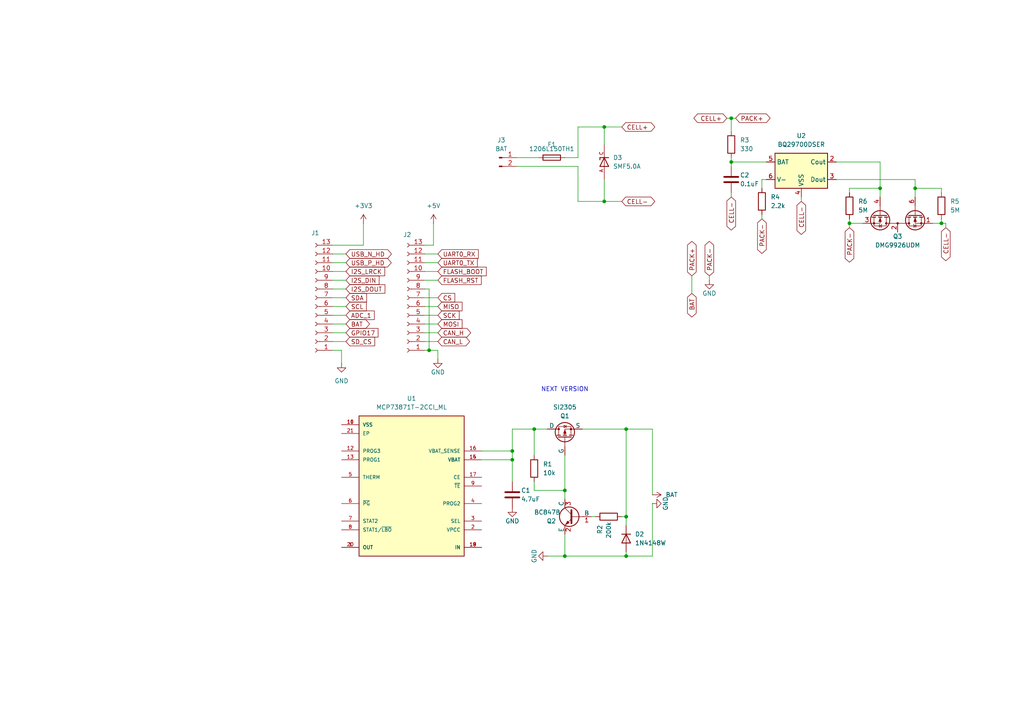
<source format=kicad_sch>
(kicad_sch (version 20250114) (generator "eeschema") (generator_version "9.0")
  (paper "A4")
  (title_block (title "FRISTACK_BATTERY") (date "2025-10-08") (rev "1"))
  (lib_symbols
    (symbol "BC847_1" (pin_names (offset 0))
      (property "Reference" "Q" (at 5.08 1.905 0))
      (property "Value" "BC847" (at 5.08 0 0))
      (symbol "BC847_1_0_1"
        (polyline (pts (xy -2.54 0) (xy 0.635 0)))
        (polyline (pts (xy 0.635 1.905) (xy 0.635 -1.905)) (stroke (width 0.508)))
        (circle (center 1.27 0) (radius 2.8194) (stroke (width 0.254)))
      )
      (symbol "BC847_1_1_1"
        (polyline (pts (xy 0.635 0.635) (xy 2.54 2.54)))
        (polyline (pts (xy 0.635 -0.635) (xy 2.54 -2.54)))
        (polyline (pts (xy 1.27 -1.778) (xy 1.778 -1.27) (xy 2.286 -2.286) (xy 1.27 -1.778)) (fill (type outline)))
        (pin input line (at -5.08 0 0) (length 2.54) (name "B") (number "1"))
        (pin passive line (at 2.54 5.08 270) (length 2.54) (name "C") (number "3"))
        (pin passive line (at 2.54 -5.08 90) (length 2.54) (name "E") (number "2"))
      )
    )
    (symbol "Battery_Management:BQ297xy"
      (property "Reference" "U" (at -6.35 6.35 0))
      (property "Value" "BQ297xy" (at 5.08 -6.35 0))
      (symbol "BQ297xy_0_1"
        (rectangle (start -7.62 5.08) (end 7.62 -5.08) (stroke (width 0.254)) (fill (type background)))
      )
      (symbol "BQ297xy_1_1"
        (pin input line (at -10.16 2.54 0) (length 2.54) (name "BAT") (number "5"))
        (pin input line (at -10.16 -2.54 0) (length 2.54) (name "V-") (number "6"))
        (pin power_in line (at 0 -7.62 90) (length 2.54) (name "VSS") (number "4"))
        (pin no_connect line (at 7.62 0 180) (length 2.54) (hide yes) (name "NC") (number "1"))
        (pin output line (at 10.16 2.54 180) (length 2.54) (name "Cout") (number "2"))
        (pin output line (at 10.16 -2.54 180) (length 2.54) (name "Dout") (number "3"))
      )
    )
    (symbol "Connector:Conn_01x02_Pin" (pin_names (offset 1.016) (hide yes))
      (property "Reference" "J" (at 0 2.54 0))
      (property "Value" "Conn_01x02_Pin" (at 0 -5.08 0))
      (symbol "Conn_01x02_Pin_1_1"
        (rectangle (start 0.8636 0.127) (end 0 -0.127) (stroke (width 0.1524)) (fill (type outline)))
        (rectangle (start 0.8636 -2.413) (end 0 -2.667) (stroke (width 0.1524)) (fill (type outline)))
        (polyline (pts (xy 1.27 0) (xy 0.8636 0)) (stroke (width 0.1524)))
        (polyline (pts (xy 1.27 -2.54) (xy 0.8636 -2.54)) (stroke (width 0.1524)))
        (pin passive line (at 5.08 0 180) (length 3.81) (name "Pin_1") (number "1"))
        (pin passive line (at 5.08 -2.54 180) (length 3.81) (name "Pin_2") (number "2"))
      )
    )
    (symbol "Connector:Conn_01x13_Socket" (pin_names (offset 1.016) (hide yes))
      (property "Reference" "J" (at 0 17.78 0))
      (property "Value" "Conn_01x13_Socket" (at 0 -17.78 0))
      (symbol "Conn_01x13_Socket_1_1"
        (polyline (pts (xy -1.27 15.24) (xy -0.508 15.24)) (stroke (width 0.1524)))
        (polyline (pts (xy -1.27 12.7) (xy -0.508 12.7)) (stroke (width 0.1524)))
        (polyline (pts (xy -1.27 10.16) (xy -0.508 10.16)) (stroke (width 0.1524)))
        (polyline (pts (xy -1.27 7.62) (xy -0.508 7.62)) (stroke (width 0.1524)))
        (polyline (pts (xy -1.27 5.08) (xy -0.508 5.08)) (stroke (width 0.1524)))
        (polyline (pts (xy -1.27 2.54) (xy -0.508 2.54)) (stroke (width 0.1524)))
        (polyline (pts (xy -1.27 0) (xy -0.508 0)) (stroke (width 0.1524)))
        (polyline (pts (xy -1.27 -2.54) (xy -0.508 -2.54)) (stroke (width 0.1524)))
        (polyline (pts (xy -1.27 -5.08) (xy -0.508 -5.08)) (stroke (width 0.1524)))
        (polyline (pts (xy -1.27 -7.62) (xy -0.508 -7.62)) (stroke (width 0.1524)))
        (polyline (pts (xy -1.27 -10.16) (xy -0.508 -10.16)) (stroke (width 0.1524)))
        (polyline (pts (xy -1.27 -12.7) (xy -0.508 -12.7)) (stroke (width 0.1524)))
        (polyline (pts (xy -1.27 -15.24) (xy -0.508 -15.24)) (stroke (width 0.1524)))
        (arc (start 0 14.732) (mid -0.5058 15.24) (end 0 15.748) (stroke (width 0.1524)))
        (arc (start 0 12.192) (mid -0.5058 12.7) (end 0 13.208) (stroke (width 0.1524)))
        (arc (start 0 9.652) (mid -0.5058 10.16) (end 0 10.668) (stroke (width 0.1524)))
        (arc (start 0 7.112) (mid -0.5058 7.62) (end 0 8.128) (stroke (width 0.1524)))
        (arc (start 0 4.572) (mid -0.5058 5.08) (end 0 5.588) (stroke (width 0.1524)))
        (arc (start 0 2.032) (mid -0.5058 2.54) (end 0 3.048) (stroke (width 0.1524)))
        (arc (start 0 -0.508) (mid -0.5058 0) (end 0 0.508) (stroke (width 0.1524)))
        (arc (start 0 -3.048) (mid -0.5058 -2.54) (end 0 -2.032) (stroke (width 0.1524)))
        (arc (start 0 -5.588) (mid -0.5058 -5.08) (end 0 -4.572) (stroke (width 0.1524)))
        (arc (start 0 -8.128) (mid -0.5058 -7.62) (end 0 -7.112) (stroke (width 0.1524)))
        (arc (start 0 -10.668) (mid -0.5058 -10.16) (end 0 -9.652) (stroke (width 0.1524)))
        (arc (start 0 -13.208) (mid -0.5058 -12.7) (end 0 -12.192) (stroke (width 0.1524)))
        (arc (start 0 -15.748) (mid -0.5058 -15.24) (end 0 -14.732) (stroke (width 0.1524)))
        (pin passive line (at -5.08 15.24 0) (length 3.81) (name "Pin_1") (number "1"))
        (pin passive line (at -5.08 12.7 0) (length 3.81) (name "Pin_2") (number "2"))
        (pin passive line (at -5.08 10.16 0) (length 3.81) (name "Pin_3") (number "3"))
        (pin passive line (at -5.08 7.62 0) (length 3.81) (name "Pin_4") (number "4"))
        (pin passive line (at -5.08 5.08 0) (length 3.81) (name "Pin_5") (number "5"))
        (pin passive line (at -5.08 2.54 0) (length 3.81) (name "Pin_6") (number "6"))
        (pin passive line (at -5.08 0 0) (length 3.81) (name "Pin_7") (number "7"))
        (pin passive line (at -5.08 -2.54 0) (length 3.81) (name "Pin_8") (number "8"))
        (pin passive line (at -5.08 -5.08 0) (length 3.81) (name "Pin_9") (number "9"))
        (pin passive line (at -5.08 -7.62 0) (length 3.81) (name "Pin_10") (number "10"))
        (pin passive line (at -5.08 -10.16 0) (length 3.81) (name "Pin_11") (number "11"))
        (pin passive line (at -5.08 -12.7 0) (length 3.81) (name "Pin_12") (number "12"))
        (pin passive line (at -5.08 -15.24 0) (length 3.81) (name "Pin_13") (number "13"))
      )
    )
    (symbol "Device:C" (pin_numbers (hide yes)) (pin_names (offset 0.254))
      (property "Reference" "C" (at 0.635 2.54 0))
      (property "Value" "C" (at 0.635 -2.54 0))
      (symbol "C_0_1"
        (polyline (pts (xy -2.032 0.762) (xy 2.032 0.762)) (stroke (width 0.508)))
        (polyline (pts (xy -2.032 -0.762) (xy 2.032 -0.762)) (stroke (width 0.508)))
      )
      (symbol "C_1_1"
        (pin passive line (at 0 3.81 270) (length 2.794) (name "~") (number "1"))
        (pin passive line (at 0 -3.81 90) (length 2.794) (name "~") (number "2"))
      )
    )
    (symbol "Device:Fuse" (pin_numbers (hide yes)) (pin_names (offset 0))
      (property "Reference" "F" (at 2.032 0 90))
      (property "Value" "Fuse" (at -1.905 0 90))
      (symbol "Fuse_0_1"
        (rectangle (start -0.762 -2.54) (end 0.762 2.54) (stroke (width 0.254)))
        (polyline (pts (xy 0 2.54) (xy 0 -2.54)))
      )
      (symbol "Fuse_1_1"
        (pin passive line (at 0 3.81 270) (length 1.27) (name "~") (number "1"))
        (pin passive line (at 0 -3.81 90) (length 1.27) (name "~") (number "2"))
      )
    )
    (symbol "Device:Q_PMOS" (pin_numbers (hide yes)) (pin_names (offset 0))
      (property "Reference" "Q6" (at 8.89 0 90))
      (property "Value" "SI2305" (at 6.35 0 90))
      (symbol "Q_PMOS_0_1"
        (polyline (pts (xy 0.254 1.905) (xy 0.254 -1.905)) (stroke (width 0.254)))
        (polyline (pts (xy 0.254 0) (xy -2.54 0)))
        (polyline (pts (xy 0.762 2.286) (xy 0.762 1.27)) (stroke (width 0.254)))
        (polyline (pts (xy 0.762 1.778) (xy 3.302 1.778) (xy 3.302 -1.778) (xy 0.762 -1.778)))
        (polyline (pts (xy 0.762 0.508) (xy 0.762 -0.508)) (stroke (width 0.254)))
        (polyline (pts (xy 0.762 -1.27) (xy 0.762 -2.286)) (stroke (width 0.254)))
        (circle (center 1.651 0) (radius 2.794) (stroke (width 0.254)))
        (polyline (pts (xy 2.286 0) (xy 1.27 0.381) (xy 1.27 -0.381) (xy 2.286 0)) (fill (type outline)))
        (polyline (pts (xy 2.54 2.54) (xy 2.54 1.778)))
        (circle (center 2.54 1.778) (radius 0.254) (fill (type outline)))
        (circle (center 2.54 -1.778) (radius 0.254) (fill (type outline)))
        (polyline (pts (xy 2.54 -2.54) (xy 2.54 0) (xy 0.762 0)))
        (polyline (pts (xy 2.921 -0.381) (xy 3.683 -0.381)))
        (polyline (pts (xy 3.302 -0.381) (xy 2.921 0.254) (xy 3.683 0.254) (xy 3.302 -0.381)))
      )
      (symbol "Q_PMOS_1_1"
        (pin input line (at -5.08 0 0) (length 2.54) (name "G") (number "G"))
        (pin passive line (at 2.54 5.08 270) (length 2.54) (name "D") (number "D"))
        (pin passive line (at 2.54 -5.08 90) (length 2.54) (name "S") (number "S"))
      )
    )
    (symbol "Device:R" (pin_numbers (hide yes)) (pin_names (offset 0))
      (property "Reference" "R" (at 2.032 0 90))
      (property "Value" "R" (at 0 0 90))
      (symbol "R_0_1"
        (rectangle (start -1.016 -2.54) (end 1.016 2.54) (stroke (width 0.254)))
      )
      (symbol "R_1_1"
        (pin passive line (at 0 3.81 270) (length 1.27) (name "~") (number "1"))
        (pin passive line (at 0 -3.81 90) (length 1.27) (name "~") (number "2"))
      )
    )
    (symbol "Diode:1N4148" (pin_numbers (hide yes)) (pin_names (hide yes))
      (property "Reference" "D" (at 0 2.54 0))
      (property "Value" "1N4148" (at 0 -2.54 0))
      (symbol "1N4148_0_1"
        (polyline (pts (xy -1.27 1.27) (xy -1.27 -1.27)) (stroke (width 0.254)))
        (polyline (pts (xy 1.27 1.27) (xy 1.27 -1.27) (xy -1.27 0) (xy 1.27 1.27)) (stroke (width 0.254)))
        (polyline (pts (xy 1.27 0) (xy -1.27 0)))
      )
      (symbol "1N4148_1_1"
        (pin passive line (at -3.81 0 0) (length 2.54) (name "K") (number "1"))
        (pin passive line (at 3.81 0 180) (length 2.54) (name "A") (number "2"))
      )
    )
    (symbol "MCP73871T-2CCI_ML:MCP73871T-2CCI_ML" (pin_names (offset 1.016))
      (property "Reference" "U" (at -15.3307 20.9058 0))
      (property "Value" "MCP73871T-2CCI_ML" (at -15.3815 -23.3796 0))
      (symbol "MCP73871T-2CCI_ML_0_0"
        (rectangle (start -15.24 -20.32) (end 15.24 20.32) (stroke (width 0.254)) (fill (type background)))
        (pin input line (at -20.32 17.78 0) (length 5.08) (name "IN") (number "18"))
        (pin input line (at -20.32 17.78 0) (length 5.08) (name "IN") (number "19"))
        (pin input line (at -20.32 12.7 0) (length 5.08) (name "VPCC") (number "2"))
        (pin input line (at -20.32 10.16 0) (length 5.08) (name "SEL") (number "3"))
        (pin input line (at -20.32 5.08 0) (length 5.08) (name "PROG2") (number "4"))
        (pin input line (at -20.32 0 0) (length 5.08) (name "~{TE}") (number "9"))
        (pin input line (at -20.32 -2.54 0) (length 5.08) (name "CE") (number "17"))
        (pin bidirectional line (at -20.32 -7.62 0) (length 5.08) (name "VBAT") (number "14"))
        (pin bidirectional line (at -20.32 -7.62 0) (length 5.08) (name "VBAT") (number "15"))
        (pin bidirectional line (at -20.32 -10.16 0) (length 5.08) (name "VBAT_SENSE") (number "16"))
        (pin output line (at 20.32 17.78 180) (length 5.08) (name "OUT") (number "1"))
        (pin output line (at 20.32 17.78 180) (length 5.08) (name "OUT") (number "20"))
        (pin output line (at 20.32 12.7 180) (length 5.08) (name "STAT1/~{LBO}") (number "8"))
        (pin output line (at 20.32 10.16 180) (length 5.08) (name "STAT2") (number "7"))
        (pin output line (at 20.32 5.08 180) (length 5.08) (name "~{PG}") (number "6"))
        (pin bidirectional line (at 20.32 -2.54 180) (length 5.08) (name "THERM") (number "5"))
        (pin bidirectional line (at 20.32 -7.62 180) (length 5.08) (name "PROG1") (number "13"))
        (pin bidirectional line (at 20.32 -10.16 180) (length 5.08) (name "PROG3") (number "12"))
        (pin passive line (at 20.32 -15.24 180) (length 5.08) (name "EP") (number "21"))
        (pin power_in line (at 20.32 -17.78 180) (length 5.08) (name "VSS") (number "10"))
        (pin power_in line (at 20.32 -17.78 180) (length 5.08) (name "VSS") (number "11"))
      )
    )
    (symbol "SMF5.0A:SMF5.0A" (pin_names (offset 1.016))
      (property "Reference" "D" (at -5.0835 2.4159 0))
      (property "Value" "SMF5.0A" (at -5.0854 -4.9611 0))
      (symbol "SMF5.0A_0_0"
        (polyline (pts (xy -1.27 0) (xy -1.27 1.27)) (stroke (width 0.254)))
        (polyline (pts (xy -1.27 0) (xy 1.27 -1.27)) (stroke (width 0.254)))
        (polyline (pts (xy -1.27 -1.27) (xy -1.27 0)) (stroke (width 0.254)))
        (polyline (pts (xy -0.635 -1.27) (xy -1.27 -1.27)) (stroke (width 0.254)))
        (polyline (pts (xy 1.27 1.27) (xy -1.27 0)) (stroke (width 0.254)))
        (polyline (pts (xy 1.27 -1.27) (xy 1.27 1.27)) (stroke (width 0.254)))
        (pin passive line (at -5.08 0 0) (length 5.08) (name "~") (number "C"))
        (pin passive line (at 5.08 0 180) (length 5.08) (name "~") (number "A"))
      )
    )
    (symbol "Transistor_FET:DMG9926UDM" (pin_names (hide yes))
      (property "Reference" "Q" (at 2.54 6.985 0))
      (property "Value" "DMG9926UDM" (at 2.54 5.08 0))
      (symbol "DMG9926UDM_0_1"
        (polyline (pts (xy -2.286 5.08) (xy -5.08 5.08)))
        (polyline (pts (xy -2.286 3.175) (xy -2.286 6.985)) (stroke (width 0.254)))
        (polyline (pts (xy -1.778 6.858) (xy 0.762 6.858) (xy 0.762 3.302) (xy -1.778 3.302)))
        (polyline (pts (xy -1.778 6.35) (xy -1.778 7.366)) (stroke (width 0.254)))
        (polyline (pts (xy -1.778 4.572) (xy -1.778 5.588)) (stroke (width 0.254)))
        (polyline (pts (xy -1.778 2.794) (xy -1.778 3.81)) (stroke (width 0.254)))
        (polyline (pts (xy -1.524 5.08) (xy -0.508 4.699) (xy -0.508 5.461) (xy -1.524 5.08)) (fill (type outline)))
        (circle (center -0.889 5.08) (radius 2.794) (stroke (width 0.254)))
        (polyline (pts (xy 0 7.62) (xy 0 5.08) (xy -1.778 5.08)))
        (circle (center 0 6.858) (radius 0.254) (fill (type outline)))
        (circle (center 0 3.302) (radius 0.254) (fill (type outline)))
        (polyline (pts (xy 0 -3.302) (xy 0 3.302)))
        (polyline (pts (xy 0.254 4.572) (xy 0.381 4.699) (xy 1.143 4.699) (xy 1.27 4.826)))
        (polyline (pts (xy 0.762 4.699) (xy 0.381 5.334) (xy 1.143 5.334) (xy 0.762 4.699)))
      )
      (symbol "DMG9926UDM_1_1"
        (polyline (pts (xy -2.286 -3.175) (xy -2.286 -6.985)) (stroke (width 0.254)))
        (polyline (pts (xy -2.286 -5.08) (xy -5.08 -5.08)))
        (polyline (pts (xy -1.778 -2.794) (xy -1.778 -3.81)) (stroke (width 0.254)))
        (polyline (pts (xy -1.778 -4.572) (xy -1.778 -5.588)) (stroke (width 0.254)))
        (polyline (pts (xy -1.778 -6.35) (xy -1.778 -7.366)) (stroke (width 0.254)))
        (polyline (pts (xy -1.778 -6.858) (xy 0.762 -6.858) (xy 0.762 -3.302) (xy -1.778 -3.302)))
        (polyline (pts (xy -1.524 -5.08) (xy -0.508 -4.699) (xy -0.508 -5.461) (xy -1.524 -5.08)) (fill (type outline)))
        (circle (center -0.889 -5.08) (radius 2.794) (stroke (width 0.254)))
        (circle (center 0 0) (radius 0.254) (fill (type outline)))
        (circle (center 0 -3.302) (radius 0.254) (fill (type outline)))
        (circle (center 0 -6.858) (radius 0.254) (fill (type outline)))
        (polyline (pts (xy 0 -7.62) (xy 0 -5.08) (xy -1.778 -5.08)))
        (polyline (pts (xy 0.254 -4.572) (xy 0.381 -4.699) (xy 1.143 -4.699) (xy 1.27 -4.826)))
        (polyline (pts (xy 0.762 -4.699) (xy 0.381 -5.334) (xy 1.143 -5.334) (xy 0.762 -4.699)))
        (pin input line (at -7.62 5.08 0) (length 2.54) (name "G1") (number "6"))
        (pin input line (at -7.62 -5.08 0) (length 2.54) (name "G2") (number "4"))
        (pin passive line (at 0 10.16 270) (length 2.54) (name "D1") (number "1"))
        (pin passive line (at 0 -10.16 90) (length 2.54) (name "S2") (number "3"))
        (pin passive line (at 2.54 0 180) (length 2.54) (name "S1/D2") (number "2"))
        (pin passive line (at 2.54 0 180) (length 2.54) (hide yes) (name "S1/D2") (number "5"))
      )
    )
    (symbol "power:+3V3" (power) (pin_numbers (hide yes)) (pin_names (offset 0) (hide yes))
      (property "Value" "+3V3" (at 0 3.556 0))
      (symbol "+3V3_0_1"
        (polyline (pts (xy -0.762 1.27) (xy 0 2.54)))
        (polyline (pts (xy 0 2.54) (xy 0.762 1.27)))
        (polyline (pts (xy 0 0) (xy 0 2.54)))
      )
      (symbol "+3V3_1_1"
        (pin power_in line (at 0 0 90) (length 0) (name "~") (number "1"))
      )
    )
    (symbol "power:+5V" (power) (pin_numbers (hide yes)) (pin_names (offset 0) (hide yes))
      (property "Value" "+5V" (at 0 3.556 0))
      (symbol "+5V_0_1"
        (polyline (pts (xy -0.762 1.27) (xy 0 2.54)))
        (polyline (pts (xy 0 2.54) (xy 0.762 1.27)))
        (polyline (pts (xy 0 0) (xy 0 2.54)))
      )
      (symbol "+5V_1_1"
        (pin power_in line (at 0 0 90) (length 0) (name "~") (number "1"))
      )
    )
    (symbol "power:GND" (power) (pin_numbers (hide yes)) (pin_names (offset 0) (hide yes))
      (property "Value" "GND" (at 0 -3.81 0))
      (symbol "GND_0_1"
        (polyline (pts (xy 0 0) (xy 0 -1.27) (xy 1.27 -1.27) (xy 0 -2.54) (xy -1.27 -1.27) (xy 0 -1.27)))
      )
      (symbol "GND_1_1"
        (pin power_in line (at 0 0 270) (length 0) (name "~") (number "1"))
      )
    )
  )
  (text "NEXT VERSION\n" (at 163.83 113.03 0) (effects (font (size 1.27 1.27))))
  (junction (at 124.46 101.6))
  (junction (at 163.83 161.29))
  (junction (at 212.09 34.29))
  (junction (at 163.83 142.24))
  (junction (at 148.59 130.81))
  (junction (at 154.94 124.46))
  (junction (at 265.43 54.61))
  (junction (at 175.26 58.42))
  (junction (at 181.61 124.46))
  (junction (at 148.59 133.35))
  (junction (at 175.26 36.83))
  (junction (at 246.38 64.77))
  (junction (at 255.27 54.61))
  (junction (at 212.09 46.99))
  (junction (at 181.61 161.29))
  (junction (at 181.61 149.86))
  (junction (at 273.05 64.77))
  (wire (pts (xy 273.05 54.61) (xy 273.05 55.88)))
  (wire (pts (xy 242.57 46.99) (xy 255.27 46.99)))
  (wire (pts (xy 163.83 132.08) (xy 163.83 142.24)))
  (wire (pts (xy 200.66 80.01) (xy 200.66 85.09)))
  (wire (pts (xy 148.59 139.7) (xy 148.59 133.35)))
  (wire (pts (xy 212.09 57.15) (xy 212.09 55.88)))
  (wire (pts (xy 255.27 54.61) (xy 255.27 57.15)))
  (wire (pts (xy 210.82 34.29) (xy 212.09 34.29)))
  (wire (pts (xy 163.83 161.29) (xy 181.61 161.29)))
  (wire (pts (xy 154.94 139.7) (xy 154.94 142.24)))
  (wire (pts (xy 123.19 88.9) (xy 127 88.9)))
  (wire (pts (xy 148.59 133.35) (xy 148.59 130.81)))
  (wire (pts (xy 246.38 54.61) (xy 246.38 55.88)))
  (wire (pts (xy 220.98 52.07) (xy 222.25 52.07)))
  (wire (pts (xy 154.94 124.46) (xy 154.94 132.08)))
  (wire (pts (xy 149.86 45.72) (xy 156.21 45.72)))
  (wire (pts (xy 139.7 130.81) (xy 148.59 130.81)))
  (wire (pts (xy 96.52 101.6) (xy 99.06 101.6)))
  (wire (pts (xy 274.32 64.77) (xy 273.05 64.77)))
  (wire (pts (xy 181.61 160.02) (xy 181.61 161.29)))
  (wire (pts (xy 175.26 36.83) (xy 180.34 36.83)))
  (wire (pts (xy 127 81.28) (xy 123.19 81.28)))
  (wire (pts (xy 154.94 124.46) (xy 158.75 124.46)))
  (wire (pts (xy 96.52 83.82) (xy 100.33 83.82)))
  (wire (pts (xy 96.52 76.2) (xy 100.33 76.2)))
  (wire (pts (xy 167.64 58.42) (xy 175.26 58.42)))
  (wire (pts (xy 212.09 48.26) (xy 212.09 46.99)))
  (wire (pts (xy 96.52 93.98) (xy 100.33 93.98)))
  (wire (pts (xy 265.43 52.07) (xy 242.57 52.07)))
  (wire (pts (xy 273.05 64.77) (xy 270.51 64.77)))
  (wire (pts (xy 265.43 57.15) (xy 265.43 54.61)))
  (wire (pts (xy 265.43 54.61) (xy 273.05 54.61)))
  (wire (pts (xy 167.64 36.83) (xy 167.64 45.72)))
  (wire (pts (xy 171.45 149.86) (xy 172.72 149.86)))
  (wire (pts (xy 175.26 58.42) (xy 180.34 58.42)))
  (wire (pts (xy 96.52 96.52) (xy 100.33 96.52)))
  (wire (pts (xy 246.38 66.04) (xy 246.38 64.77)))
  (wire (pts (xy 220.98 63.5) (xy 220.98 62.23)))
  (wire (pts (xy 127 101.6) (xy 127 104.14)))
  (wire (pts (xy 246.38 63.5) (xy 246.38 64.77)))
  (wire (pts (xy 96.52 81.28) (xy 100.33 81.28)))
  (wire (pts (xy 168.91 124.46) (xy 181.61 124.46)))
  (wire (pts (xy 163.83 142.24) (xy 163.83 144.78)))
  (wire (pts (xy 163.83 45.72) (xy 167.64 45.72)))
  (wire (pts (xy 123.19 91.44) (xy 127 91.44)))
  (wire (pts (xy 175.26 36.83) (xy 175.26 41.91)))
  (wire (pts (xy 96.52 88.9) (xy 100.33 88.9)))
  (wire (pts (xy 96.52 73.66) (xy 100.33 73.66)))
  (wire (pts (xy 265.43 54.61) (xy 265.43 52.07)))
  (wire (pts (xy 123.19 83.82) (xy 124.46 83.82)))
  (wire (pts (xy 212.09 46.99) (xy 222.25 46.99)))
  (wire (pts (xy 163.83 161.29) (xy 163.83 154.94)))
  (wire (pts (xy 167.64 36.83) (xy 175.26 36.83)))
  (wire (pts (xy 123.19 86.36) (xy 127 86.36)))
  (wire (pts (xy 139.7 133.35) (xy 148.59 133.35)))
  (wire (pts (xy 123.19 101.6) (xy 124.46 101.6)))
  (wire (pts (xy 212.09 34.29) (xy 212.09 38.1)))
  (wire (pts (xy 273.05 63.5) (xy 273.05 64.77)))
  (wire (pts (xy 220.98 54.61) (xy 220.98 52.07)))
  (wire (pts (xy 189.23 124.46) (xy 181.61 124.46)))
  (wire (pts (xy 154.94 142.24) (xy 163.83 142.24)))
  (wire (pts (xy 127 73.66) (xy 123.19 73.66)))
  (wire (pts (xy 274.32 66.04) (xy 274.32 64.77)))
  (wire (pts (xy 96.52 71.12) (xy 105.41 71.12)))
  (wire (pts (xy 189.23 143.51) (xy 189.23 124.46)))
  (wire (pts (xy 189.23 161.29) (xy 181.61 161.29)))
  (wire (pts (xy 96.52 86.36) (xy 100.33 86.36)))
  (wire (pts (xy 212.09 45.72) (xy 212.09 46.99)))
  (wire (pts (xy 232.41 58.42) (xy 232.41 57.15)))
  (wire (pts (xy 167.64 48.26) (xy 167.64 58.42)))
  (wire (pts (xy 123.19 93.98) (xy 127 93.98)))
  (wire (pts (xy 127 78.74) (xy 123.19 78.74)))
  (wire (pts (xy 205.74 80.01) (xy 205.74 81.28)))
  (wire (pts (xy 96.52 99.06) (xy 100.33 99.06)))
  (wire (pts (xy 148.59 124.46) (xy 154.94 124.46)))
  (wire (pts (xy 123.19 96.52) (xy 127 96.52)))
  (wire (pts (xy 158.75 161.29) (xy 163.83 161.29)))
  (wire (pts (xy 125.73 64.77) (xy 125.73 71.12)))
  (wire (pts (xy 96.52 78.74) (xy 100.33 78.74)))
  (wire (pts (xy 181.61 124.46) (xy 181.61 149.86)))
  (wire (pts (xy 96.52 91.44) (xy 100.33 91.44)))
  (wire (pts (xy 212.09 34.29) (xy 213.36 34.29)))
  (wire (pts (xy 246.38 64.77) (xy 250.19 64.77)))
  (wire (pts (xy 246.38 54.61) (xy 255.27 54.61)))
  (wire (pts (xy 123.19 71.12) (xy 125.73 71.12)))
  (wire (pts (xy 255.27 46.99) (xy 255.27 54.61)))
  (wire (pts (xy 175.26 52.07) (xy 175.26 58.42)))
  (wire (pts (xy 123.19 99.06) (xy 127 99.06)))
  (wire (pts (xy 180.34 149.86) (xy 181.61 149.86)))
  (wire (pts (xy 148.59 124.46) (xy 148.59 130.81)))
  (wire (pts (xy 127 76.2) (xy 123.19 76.2)))
  (wire (pts (xy 124.46 101.6) (xy 127 101.6)))
  (wire (pts (xy 149.86 48.26) (xy 167.64 48.26)))
  (wire (pts (xy 99.06 101.6) (xy 99.06 105.41)))
  (wire (pts (xy 124.46 83.82) (xy 124.46 101.6)))
  (wire (pts (xy 181.61 149.86) (xy 181.61 152.4)))
  (wire (pts (xy 189.23 146.05) (xy 189.23 161.29)))
  (wire (pts (xy 105.41 64.77) (xy 105.41 71.12)))
  (global_label "FLASH_BOOT" (shape input) (at 127 78.74 0) (property "Intersheetrefs" "${INTERSHEET_REFS}" (effects (hide yes))))
  (global_label "PACK+" (shape bidirectional) (at 213.36 34.29 0) (property "Intersheetrefs" "${INTERSHEET_REFS}" (effects (hide yes))))
  (global_label "PACK-" (shape bidirectional) (at 246.38 66.04 270) (property "Intersheetrefs" "${INTERSHEET_REFS}" (effects (hide yes))))
  (global_label "UART0_RX" (shape input) (at 127 73.66 0) (property "Intersheetrefs" "${INTERSHEET_REFS}" (effects (hide yes))))
  (global_label "CELL-" (shape bidirectional) (at 274.32 66.04 270) (property "Intersheetrefs" "${INTERSHEET_REFS}" (effects (hide yes))))
  (global_label "CAN_L" (shape bidirectional) (at 127 99.06 0) (property "Intersheetrefs" "${INTERSHEET_REFS}" (effects (hide yes))))
  (global_label "PACK-" (shape bidirectional) (at 220.98 63.5 270) (property "Intersheetrefs" "${INTERSHEET_REFS}" (effects (hide yes))))
  (global_label "CS" (shape input) (at 127 86.36 0) (property "Intersheetrefs" "${INTERSHEET_REFS}" (effects (hide yes))))
  (global_label "SDA" (shape input) (at 100.33 86.36 0) (property "Intersheetrefs" "${INTERSHEET_REFS}" (effects (hide yes))))
  (global_label "BAT" (shape bidirectional) (at 100.33 93.98 0) (property "Intersheetrefs" "${INTERSHEET_REFS}" (effects (hide yes))))
  (global_label "CELL-" (shape bidirectional) (at 232.41 58.42 270) (property "Intersheetrefs" "${INTERSHEET_REFS}" (effects (hide yes))))
  (global_label "USB_N_HD" (shape bidirectional) (at 100.33 73.66 0) (property "Intersheetrefs" "${INTERSHEET_REFS}" (effects (hide yes))))
  (global_label "USB_P_HD" (shape bidirectional) (at 100.33 76.2 0) (property "Intersheetrefs" "${INTERSHEET_REFS}" (effects (hide yes))))
  (global_label "I2S_DIN" (shape input) (at 100.33 81.28 0) (property "Intersheetrefs" "${INTERSHEET_REFS}" (effects (hide yes))))
  (global_label "PACK+" (shape bidirectional) (at 200.66 80.01 90) (property "Intersheetrefs" "${INTERSHEET_REFS}" (effects (hide yes))))
  (global_label "BAT" (shape bidirectional) (at 200.66 85.09 270) (property "Intersheetrefs" "${INTERSHEET_REFS}" (effects (hide yes))))
  (global_label "SCK" (shape input) (at 127 91.44 0) (property "Intersheetrefs" "${INTERSHEET_REFS}" (effects (hide yes))))
  (global_label "MOSI" (shape input) (at 127 93.98 0) (property "Intersheetrefs" "${INTERSHEET_REFS}" (effects (hide yes))))
  (global_label "UART0_TX" (shape input) (at 127 76.2 0) (property "Intersheetrefs" "${INTERSHEET_REFS}" (effects (hide yes))))
  (global_label "SD_CS" (shape input) (at 100.33 99.06 0) (property "Intersheetrefs" "${INTERSHEET_REFS}" (effects (hide yes))))
  (global_label "GPIO17" (shape input) (at 100.33 96.52 0) (property "Intersheetrefs" "${INTERSHEET_REFS}" (effects (hide yes))))
  (global_label "ADC_1" (shape input) (at 100.33 91.44 0) (property "Intersheetrefs" "${INTERSHEET_REFS}" (effects (hide yes))))
  (global_label "CELL-" (shape bidirectional) (at 180.34 58.42 0) (property "Intersheetrefs" "${INTERSHEET_REFS}" (effects (hide yes))))
  (global_label "MISO" (shape input) (at 127 88.9 0) (property "Intersheetrefs" "${INTERSHEET_REFS}" (effects (hide yes))))
  (global_label "I2S_LRCK" (shape input) (at 100.33 78.74 0) (property "Intersheetrefs" "${INTERSHEET_REFS}" (effects (hide yes))))
  (global_label "CELL+" (shape bidirectional) (at 180.34 36.83 0) (property "Intersheetrefs" "${INTERSHEET_REFS}" (effects (hide yes))))
  (global_label "SCL" (shape input) (at 100.33 88.9 0) (property "Intersheetrefs" "${INTERSHEET_REFS}" (effects (hide yes))))
  (global_label "FLASH_RST" (shape input) (at 127 81.28 0) (property "Intersheetrefs" "${INTERSHEET_REFS}" (effects (hide yes))))
  (global_label "CELL+" (shape bidirectional) (at 210.82 34.29 180) (property "Intersheetrefs" "${INTERSHEET_REFS}" (effects (hide yes))))
  (global_label "PACK-" (shape bidirectional) (at 205.74 80.01 90) (property "Intersheetrefs" "${INTERSHEET_REFS}" (effects (hide yes))))
  (global_label "CAN_H" (shape bidirectional) (at 127 96.52 0) (property "Intersheetrefs" "${INTERSHEET_REFS}" (effects (hide yes))))
  (global_label "CELL-" (shape bidirectional) (at 212.09 57.15 270) (property "Intersheetrefs" "${INTERSHEET_REFS}" (effects (hide yes))))
  (global_label "I2S_DOUT" (shape input) (at 100.33 83.82 0) (property "Intersheetrefs" "${INTERSHEET_REFS}" (effects (hide yes))))
  (symbol (lib_id "Device:R") (at 154.94 135.89 0) (unit 1) (on_board no)
    (property "Reference" "R1" (at 157.48 134.6199 0) (effects (justify left)))
    (property "Value" "10k" (at 157.48 137.1599 0) (effects (justify left)))
    (property "Footprint" "Resistor_SMD:R_0603_1608Metric" (effects (hide yes)))
    (property "Description" "Resistor" (effects (hide yes)))
  )
  (symbol (lib_id "Device:Fuse") (at 160.02 45.72 270) (unit 1)
    (property "Reference" "F1" (at 161.29 41.91 90) (effects (justify right)))
    (property "Value" "1206L150TH1" (at 160.02 43.18 90))
    (property "Footprint" "Fuse:Fuse_1206_3216Metric" (effects (hide yes)))
    (property "Datasheet" "https://jlcpcb.com/api/file/downloadByFileSystemAccessId/8590306326309482496" (effects (hide yes)))
    (property "Description" "Resettable fuse (PPTC), 1206, Ih=1.5A, It=3A, 6V" (effects (hide yes)))
    (property "MPN" "1206L150TH1" (effects (hide yes)))
    (property "Manufacturer" "Littlefuse" (effects (hide yes)))
  )
  (symbol (lib_id "power:+5V") (at 125.73 64.77 0) (unit 1)
    (property "Reference" "#PWR020" (effects (hide yes)))
    (property "Value" "+5V" (at 125.73 59.69 0))
    (property "Description" "Power symbol creates a global label with name \"+5V\"" (effects (hide yes)))
  )
  (symbol (lib_id "Device:Q_PMOS") (at 163.83 127 90) (unit 1) (on_board no)
    (property "Reference" "Q1" (at 163.83 120.65 90))
    (property "Value" "SI2305" (at 163.83 118.11 90))
    (property "Footprint" "Package_TO_SOT_SMD:SOT-23" (effects (hide yes)))
    (property "Datasheet" "https://doc.hotking.com/wr/specification/specification-en/SI2305_SOT-23.pdf" (effects (hide yes)))
    (property "Description" "-55℃~+150℃ 1 P-Channel 12V 15nC@4.5V 290pF 350mW 4.1A 45mΩ@4.5V,3.5A 740pF 900mV@250uA SOT-23 MOSFETs ROHS" (effects (hide yes)))
    (property "LCSC #" "C181088" (effects (hide yes)))
  )
  (symbol (lib_id "power:GND") (at 189.23 146.05 90) (unit 1) (on_board no)
    (property "Reference" "#PWR08" (effects (hide yes)))
    (property "Value" "GND" (at 193.04 146.05 0))
    (property "Description" "Power symbol creates a global label with name \"GND\" , ground" (effects (hide yes)))
  )
  (symbol (lib_id "Device:R") (at 246.38 59.69 0) (unit 1)
    (property "Reference" "R6" (at 248.92 58.4199 0) (effects (justify left)))
    (property "Value" "5M" (at 248.92 60.9599 0) (effects (justify left)))
    (property "Footprint" "Resistor_SMD:R_0603_1608Metric" (effects (hide yes)))
    (property "Description" "Resistor" (effects (hide yes)))
  )
  (symbol (lib_id "MCP73871T-2CCI_ML:MCP73871T-2CCI_ML") (at 119.38 140.97 180) (unit 1)
    (property "Reference" "U1" (at 119.38 115.57 0))
    (property "Value" "MCP73871T-2CCI_ML" (at 119.38 118.11 0))
    (property "Footprint" "MCP73871T-2CCI_ML:QFN50P400X400X100-21N" (effects (hide yes)))
    (property "MF" "Microchip" (effects (hide yes)))
    (property "Description_1" "USB/AC Battery Charger w/ Power Path Management20 QFN 4x4x0.9mm T/R | Microchip Technology Inc. MCP73871T-2CCI/ML" (effects (hide yes)))
    (property "Package" "QFN-20 Microchip" (effects (hide yes)))
    (property "Price" "None" (effects (hide yes)))
    (property "Check_prices" "https://www.snapeda.com/parts/MCP73871T-2CCI/ML/Microchip+Technology/view-part/?ref=eda" (effects (hide yes)))
    (property "STANDARD" "IPC 7351B" (effects (hide yes)))
    (property "PARTREV" "D" (effects (hide yes)))
    (property "SnapEDA_Link" "https://www.snapeda.com/parts/MCP73871T-2CCI/ML/Microchip+Technology/view-part/?ref=snap" (effects (hide yes)))
    (property "MP" "MCP73871T-2CCI/ML" (effects (hide yes)))
    (property "Availability" "In Stock" (effects (hide yes)))
    (property "MANUFACTURER" "MICROCHIP" (effects (hide yes)))
  )
  (symbol (lib_id "Battery_Management:BQ297xy") (at 232.41 49.53 0) (unit 1)
    (property "Reference" "U2" (at 232.41 39.37 0))
    (property "Value" "BQ29700DSER" (at 232.41 41.91 0))
    (property "Footprint" "Package_SON:WSON-6_1.5x1.5mm_P0.5mm" (effects (hide yes)))
    (property "Datasheet" "http://www.ti.com/lit/ds/symlink/bq2970.pdf" (effects (hide yes)))
    (property "Description" "Voltage and Current Protection for Single-Cell Li-Ion and Li-Polymer Batteries" (effects (hide yes)))
  )
  (symbol (lib_id "Device:C") (at 212.09 52.07 0) (unit 1)
    (property "Reference" "C2" (at 214.63 50.8 0) (effects (justify left)))
    (property "Value" "0.1uF" (at 214.63 53.34 0) (effects (justify left)))
    (property "Footprint" "Capacitor_SMD:C_0603_1608Metric" (effects (hide yes)))
    (property "Description" "Unpolarized capacitor" (effects (hide yes)))
  )
  (symbol (lib_id "Connector:Conn_01x13_Socket") (at 118.11 86.36 180) (unit 1)
    (property "Reference" "J2" (at 118.11 68.072 0))
    (property "Value" "Conn_01x13_Socket" (effects (hide yes)))
    (property "Footprint" "Connector_PinSocket_2.54mm:PinSocket_1x13_P2.54mm_Vertical" (effects (hide yes)))
    (property "Description" "Generic connector, single row, 01x13, script generated" (effects (hide yes)))
  )
  (symbol (lib_id "power:GND") (at 99.06 105.41 0) (unit 1)
    (property "Reference" "#PWR01" (effects (hide yes)))
    (property "Value" "GND" (at 99.06 110.49 0))
    (property "Description" "Power symbol creates a global label with name \"GND\" , ground" (effects (hide yes)))
  )
  (symbol (lib_id "power:GND") (at 127 104.14 0) (unit 1)
    (property "Reference" "#PWR021" (effects (hide yes)))
    (property "Value" "GND" (at 127 107.95 0))
    (property "Description" "Power symbol creates a global label with name \"GND\" , ground" (effects (hide yes)))
  )
  (symbol (lib_id "Device:C") (at 148.59 143.51 0) (unit 1) (on_board no)
    (property "Reference" "C1" (at 151.13 142.24 0) (effects (justify left)))
    (property "Value" "4.7uF" (at 151.13 144.78 0) (effects (justify left)))
    (property "Footprint" "Capacitor_SMD:C_0603_1608Metric" (effects (hide yes)))
    (property "Description" "Unpolarized capacitor" (effects (hide yes)))
  )
  (symbol (lib_id "Device:R") (at 220.98 58.42 0) (unit 1)
    (property "Reference" "R4" (at 223.52 57.1499 0) (effects (justify left)))
    (property "Value" "2.2k" (at 223.52 59.6899 0) (effects (justify left)))
    (property "Footprint" "Resistor_SMD:R_0603_1608Metric" (effects (hide yes)))
    (property "Description" "Resistor" (effects (hide yes)))
  )
  (symbol (lib_id "Device:R") (at 273.05 59.69 0) (unit 1)
    (property "Reference" "R5" (at 275.59 58.4199 0) (effects (justify left)))
    (property "Value" "5M" (at 275.59 60.9599 0) (effects (justify left)))
    (property "Footprint" "Resistor_SMD:R_0603_1608Metric" (effects (hide yes)))
    (property "Description" "Resistor" (effects (hide yes)))
  )
  (symbol (lib_id "SMF5.0A:SMF5.0A") (at 175.26 46.99 270) (unit 1)
    (property "Reference" "D3" (at 177.8 45.7199 90) (effects (justify left)))
    (property "Value" "SMF5.0A" (at 177.8 48.2599 90) (effects (justify left)))
    (property "Footprint" "BatteryFRISTACK:SODFL3718X102N" (effects (hide yes)))
    (property "MF" "Taiwan Semiconductor" (effects (hide yes)))
    (property "MAXIMUM_PACKAGE_HEIGHT" "1.02 mm" (effects (hide yes)))
    (property "Package" "SOD-123W-2 Taiwan Semiconductor" (effects (hide yes)))
    (property "Price" "None" (effects (hide yes)))
    (property "Check_prices" "https://www.snapeda.com/parts/SMF5.0A/taiwan/view-part/?ref=eda" (effects (hide yes)))
    (property "STANDARD" "IPC-7351B" (effects (hide yes)))
    (property "PARTREV" "D2103" (effects (hide yes)))
    (property "SnapEDA_Link" "https://www.snapeda.com/parts/SMF5.0A/taiwan/view-part/?ref=snap" (effects (hide yes)))
    (property "MP" "SMF5.0A" (effects (hide yes)))
    (property "Description_1" "200W, 6.7V, 5%, Unidirectional, TVS" (effects (hide yes)))
    (property "Availability" "In Stock" (effects (hide yes)))
    (property "MANUFACTURER" "Taiwan Semiconductor" (effects (hide yes)))
  )
  (symbol (lib_id "power:GND") (at 205.74 81.28 0) (unit 1)
    (property "Reference" "#PWR09" (effects (hide yes)))
    (property "Value" "GND" (at 205.74 85.09 0))
    (property "Description" "Power symbol creates a global label with name \"GND\" , ground" (effects (hide yes)))
  )
  (symbol (lib_id "Connector:Conn_01x13_Socket") (at 91.44 86.36 180) (unit 1)
    (property "Reference" "J1" (at 91.44 67.564 0))
    (property "Value" "Conn_01x13_Socket" (effects (hide yes)))
    (property "Footprint" "Connector_PinSocket_2.54mm:PinSocket_1x13_P2.54mm_Vertical" (effects (hide yes)))
    (property "Description" "Generic connector, single row, 01x13, script generated" (effects (hide yes)))
  )
  (symbol (lib_id "Device:R") (at 212.09 41.91 0) (unit 1)
    (property "Reference" "R3" (at 214.63 40.6399 0) (effects (justify left)))
    (property "Value" "330" (at 214.63 43.1799 0) (effects (justify left)))
    (property "Footprint" "Resistor_SMD:R_0603_1608Metric" (effects (hide yes)))
    (property "Description" "Resistor" (effects (hide yes)))
  )
  (symbol (lib_id "Connector:Conn_01x02_Pin") (at 144.78 45.72 0) (unit 1)
    (property "Reference" "J3" (at 145.415 40.64 0))
    (property "Value" "BAT" (at 145.415 43.18 0))
    (property "Footprint" "Connector_JST:JST_PH_S2B-PH-K_1x02_P2.00mm_Horizontal" (effects (hide yes)))
    (property "Description" "Generic connector, single row, 01x02, script generated" (effects (hide yes)))
  )
  (symbol (lib_id "power:+5V") (at 189.23 143.51 270) (unit 1) (on_board no)
    (property "Reference" "#PWR07" (effects (hide yes)))
    (property "Value" "BAT" (at 193.04 143.5101 90) (effects (justify left)))
    (property "Description" "Power symbol creates a global label with name \"+5V\"" (effects (hide yes)))
  )
  (symbol (lib_id "power:+3V3") (at 105.41 64.77 0) (unit 1)
    (property "Reference" "#PWR02" (effects (hide yes)))
    (property "Value" "+3V3" (at 105.41 59.69 0))
    (property "Description" "Power symbol creates a global label with name \"+3V3\"" (effects (hide yes)))
  )
  (symbol (lib_id "power:GND") (at 148.59 147.32 0) (unit 1) (on_board no)
    (property "Reference" "#PWR05" (effects (hide yes)))
    (property "Value" "GND" (at 148.59 151.13 0))
    (property "Description" "Power symbol creates a global label with name \"GND\" , ground" (effects (hide yes)))
  )
  (symbol (lib_name "BC847_1") (lib_id "Transistor_BJT:BC847") (at 166.37 149.86 0) (mirror y) (unit 1) (on_board no)
    (property "Reference" "Q2" (at 161.29 151.1301 0) (effects (justify left)))
    (property "Value" "BC847B" (at 162.56 148.59 0) (effects (justify left)))
    (property "Footprint" "Package_TO_SOT_SMD:SOT-23" (effects (hide yes)))
    (property "Datasheet" "https://doc.hotking.com/wr/specification/specification-en/BC847B_SOT-23.pdf" (effects (hide yes)))
    (property "Description" "100MHz 100mA 100nA 200mW 45V 500mV@100mA,5mA NPN SOT-23 Bipolar (BJT) ROHS" (effects (hide yes)))
    (property "LCSC #" "C181140" (effects (hide yes)))
  )
  (symbol (lib_id "Transistor_FET:DMG9926UDM") (at 260.35 64.77 270) (unit 1)
    (property "Reference" "Q3" (at 260.35 68.58 90))
    (property "Value" "DMG9926UDM" (at 260.35 71.12 90))
    (property "Footprint" "Package_TO_SOT_SMD:SOT-23-6" (effects (hide yes)))
    (property "Datasheet" "https://www.diodes.com/assets/Datasheets/ds31770.pdf" (effects (hide yes)))
    (property "Description" "4.2A Id, 20V Vds, Common-Drain, Dual Half Bridge N-Channel MOSFET, 28mOhm Ron, SOT-23-6" (effects (hide yes)))
  )
  (symbol (lib_id "Diode:1N4148") (at 181.61 156.21 270) (unit 1) (on_board no)
    (property "Reference" "D2" (at 184.15 154.94 90) (effects (justify left)))
    (property "Value" "1N4148W" (at 184.15 157.48 90) (effects (justify left)))
    (property "Footprint" "Diode_SMD:D_SOD-123" (effects (hide yes)))
    (property "Datasheet" "https://files.rct.ru/pdf/diode/1n4148w.pdf" (effects (hide yes)))
    (property "Description" "100V 0.15A standard switching diode, DO-35" (effects (hide yes)))
    (property "Sim.Device" "D" (effects (hide yes)))
    (property "Sim.Pins" "1=K 2=A" (effects (hide yes)))
  )
  (symbol (lib_id "power:GND") (at 158.75 161.29 270) (unit 1) (on_board no)
    (property "Reference" "#PWR06" (effects (hide yes)))
    (property "Value" "GND" (at 154.94 161.29 0))
    (property "Description" "Power symbol creates a global label with name \"GND\" , ground" (effects (hide yes)))
  )
  (symbol (lib_id "Device:R") (at 176.53 149.86 90) (unit 1) (on_board no)
    (property "Reference" "R2" (at 173.99 154.94 0) (effects (justify left)))
    (property "Value" "200k" (at 176.53 156.21 0) (effects (justify left)))
    (property "Footprint" "Resistor_SMD:R_0603_1608Metric" (effects (hide yes)))
    (property "Description" "Resistor" (effects (hide yes)))
  )
)
</source>
